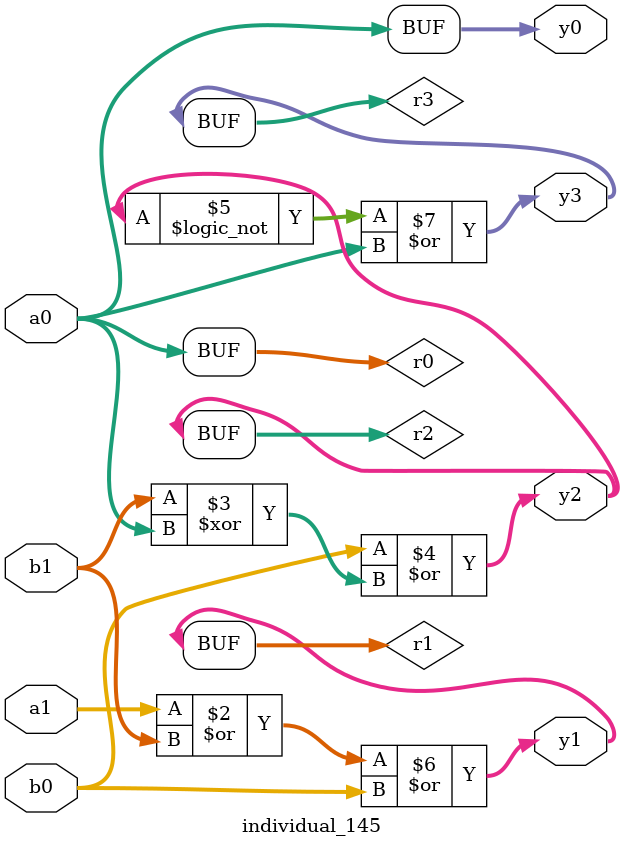
<source format=sv>
module individual_145(input logic [15:0] a1, input logic [15:0] a0, input logic [15:0] b1, input logic [15:0] b0, output logic [15:0] y3, output logic [15:0] y2, output logic [15:0] y1, output logic [15:0] y0);
logic [15:0] r0, r1, r2, r3; 
 always@(*) begin 
	 r0 = a0; r1 = a1; r2 = b0; r3 = b1; 
 	 r1  |=  b1 ;
 	 r3  ^=  r0 ;
 	 r2  |=  r3 ;
 	 r3 = ! r2 ;
 	 r1  |=  b0 ;
 	 r3  |=  r0 ;
 	 y3 = r3; y2 = r2; y1 = r1; y0 = r0; 
end
endmodule
</source>
